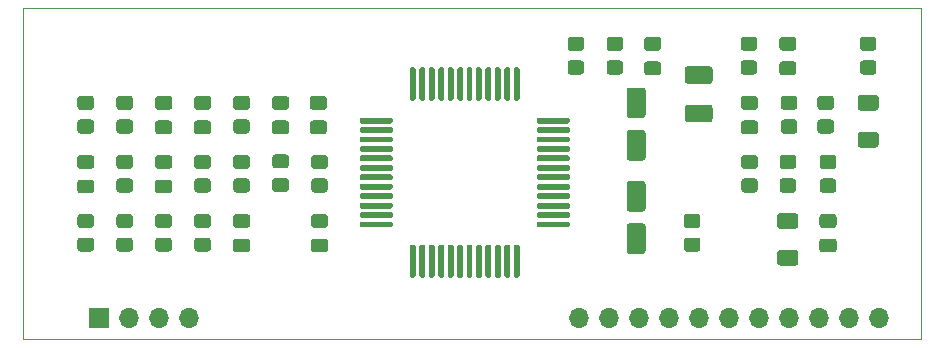
<source format=gbr>
%TF.GenerationSoftware,KiCad,Pcbnew,5.1.7-a382d34a8~87~ubuntu18.04.1*%
%TF.CreationDate,2020-10-31T20:21:00-04:00*%
%TF.ProjectId,DolbyS_NR_HIC,446f6c62-7953-45f4-9e52-5f4849432e6b,rev?*%
%TF.SameCoordinates,PXc65d400PY5d75c80*%
%TF.FileFunction,Soldermask,Top*%
%TF.FilePolarity,Negative*%
%FSLAX46Y46*%
G04 Gerber Fmt 4.6, Leading zero omitted, Abs format (unit mm)*
G04 Created by KiCad (PCBNEW 5.1.7-a382d34a8~87~ubuntu18.04.1) date 2020-10-31 20:21:00*
%MOMM*%
%LPD*%
G01*
G04 APERTURE LIST*
%TA.AperFunction,Profile*%
%ADD10C,0.100000*%
%TD*%
%ADD11R,1.700000X1.700000*%
%ADD12O,1.700000X1.700000*%
G04 APERTURE END LIST*
D10*
X-76000000Y-27000000D02*
X-76000000Y1000000D01*
X0Y-27000000D02*
X-76000000Y-27000000D01*
X0Y1000000D02*
X0Y-27000000D01*
X-76000000Y1000000D02*
X0Y1000000D01*
D11*
%TO.C,J1*%
X-69570000Y-25190000D03*
D12*
X-67030000Y-25190000D03*
X-64490000Y-25190000D03*
X-61950000Y-25190000D03*
X-28930000Y-25190000D03*
X-26390000Y-25190000D03*
X-23850000Y-25190000D03*
X-21310000Y-25190000D03*
X-18770000Y-25190000D03*
X-16230000Y-25190000D03*
X-13690000Y-25190000D03*
X-11150000Y-25190000D03*
X-8610000Y-25190000D03*
X-6070000Y-25190000D03*
X-3530000Y-25190000D03*
%TD*%
%TO.C,U1*%
G36*
G01*
X-32500000Y-8625000D02*
X-32500000Y-8375000D01*
G75*
G02*
X-32375000Y-8250000I125000J0D01*
G01*
X-29825000Y-8250000D01*
G75*
G02*
X-29700000Y-8375000I0J-125000D01*
G01*
X-29700000Y-8625000D01*
G75*
G02*
X-29825000Y-8750000I-125000J0D01*
G01*
X-32375000Y-8750000D01*
G75*
G02*
X-32500000Y-8625000I0J125000D01*
G01*
G37*
G36*
G01*
X-32500000Y-9425000D02*
X-32500000Y-9175000D01*
G75*
G02*
X-32375000Y-9050000I125000J0D01*
G01*
X-29825000Y-9050000D01*
G75*
G02*
X-29700000Y-9175000I0J-125000D01*
G01*
X-29700000Y-9425000D01*
G75*
G02*
X-29825000Y-9550000I-125000J0D01*
G01*
X-32375000Y-9550000D01*
G75*
G02*
X-32500000Y-9425000I0J125000D01*
G01*
G37*
G36*
G01*
X-32500000Y-16625000D02*
X-32500000Y-16375000D01*
G75*
G02*
X-32375000Y-16250000I125000J0D01*
G01*
X-29825000Y-16250000D01*
G75*
G02*
X-29700000Y-16375000I0J-125000D01*
G01*
X-29700000Y-16625000D01*
G75*
G02*
X-29825000Y-16750000I-125000J0D01*
G01*
X-32375000Y-16750000D01*
G75*
G02*
X-32500000Y-16625000I0J125000D01*
G01*
G37*
G36*
G01*
X-32500000Y-15025000D02*
X-32500000Y-14775000D01*
G75*
G02*
X-32375000Y-14650000I125000J0D01*
G01*
X-29825000Y-14650000D01*
G75*
G02*
X-29700000Y-14775000I0J-125000D01*
G01*
X-29700000Y-15025000D01*
G75*
G02*
X-29825000Y-15150000I-125000J0D01*
G01*
X-32375000Y-15150000D01*
G75*
G02*
X-32500000Y-15025000I0J125000D01*
G01*
G37*
G36*
G01*
X-32500000Y-17425000D02*
X-32500000Y-17175000D01*
G75*
G02*
X-32375000Y-17050000I125000J0D01*
G01*
X-29825000Y-17050000D01*
G75*
G02*
X-29700000Y-17175000I0J-125000D01*
G01*
X-29700000Y-17425000D01*
G75*
G02*
X-29825000Y-17550000I-125000J0D01*
G01*
X-32375000Y-17550000D01*
G75*
G02*
X-32500000Y-17425000I0J125000D01*
G01*
G37*
G36*
G01*
X-32500000Y-11825000D02*
X-32500000Y-11575000D01*
G75*
G02*
X-32375000Y-11450000I125000J0D01*
G01*
X-29825000Y-11450000D01*
G75*
G02*
X-29700000Y-11575000I0J-125000D01*
G01*
X-29700000Y-11825000D01*
G75*
G02*
X-29825000Y-11950000I-125000J0D01*
G01*
X-32375000Y-11950000D01*
G75*
G02*
X-32500000Y-11825000I0J125000D01*
G01*
G37*
G36*
G01*
X-32500000Y-12625000D02*
X-32500000Y-12375000D01*
G75*
G02*
X-32375000Y-12250000I125000J0D01*
G01*
X-29825000Y-12250000D01*
G75*
G02*
X-29700000Y-12375000I0J-125000D01*
G01*
X-29700000Y-12625000D01*
G75*
G02*
X-29825000Y-12750000I-125000J0D01*
G01*
X-32375000Y-12750000D01*
G75*
G02*
X-32500000Y-12625000I0J125000D01*
G01*
G37*
G36*
G01*
X-32500000Y-14225000D02*
X-32500000Y-13975000D01*
G75*
G02*
X-32375000Y-13850000I125000J0D01*
G01*
X-29825000Y-13850000D01*
G75*
G02*
X-29700000Y-13975000I0J-125000D01*
G01*
X-29700000Y-14225000D01*
G75*
G02*
X-29825000Y-14350000I-125000J0D01*
G01*
X-32375000Y-14350000D01*
G75*
G02*
X-32500000Y-14225000I0J125000D01*
G01*
G37*
G36*
G01*
X-32500000Y-10225000D02*
X-32500000Y-9975000D01*
G75*
G02*
X-32375000Y-9850000I125000J0D01*
G01*
X-29825000Y-9850000D01*
G75*
G02*
X-29700000Y-9975000I0J-125000D01*
G01*
X-29700000Y-10225000D01*
G75*
G02*
X-29825000Y-10350000I-125000J0D01*
G01*
X-32375000Y-10350000D01*
G75*
G02*
X-32500000Y-10225000I0J125000D01*
G01*
G37*
G36*
G01*
X-32500000Y-15825000D02*
X-32500000Y-15575000D01*
G75*
G02*
X-32375000Y-15450000I125000J0D01*
G01*
X-29825000Y-15450000D01*
G75*
G02*
X-29700000Y-15575000I0J-125000D01*
G01*
X-29700000Y-15825000D01*
G75*
G02*
X-29825000Y-15950000I-125000J0D01*
G01*
X-32375000Y-15950000D01*
G75*
G02*
X-32500000Y-15825000I0J125000D01*
G01*
G37*
G36*
G01*
X-32500000Y-13425000D02*
X-32500000Y-13175000D01*
G75*
G02*
X-32375000Y-13050000I125000J0D01*
G01*
X-29825000Y-13050000D01*
G75*
G02*
X-29700000Y-13175000I0J-125000D01*
G01*
X-29700000Y-13425000D01*
G75*
G02*
X-29825000Y-13550000I-125000J0D01*
G01*
X-32375000Y-13550000D01*
G75*
G02*
X-32500000Y-13425000I0J125000D01*
G01*
G37*
G36*
G01*
X-32500000Y-11025000D02*
X-32500000Y-10775000D01*
G75*
G02*
X-32375000Y-10650000I125000J0D01*
G01*
X-29825000Y-10650000D01*
G75*
G02*
X-29700000Y-10775000I0J-125000D01*
G01*
X-29700000Y-11025000D01*
G75*
G02*
X-29825000Y-11150000I-125000J0D01*
G01*
X-32375000Y-11150000D01*
G75*
G02*
X-32500000Y-11025000I0J125000D01*
G01*
G37*
G36*
G01*
X-34325000Y-19000000D02*
X-34075000Y-19000000D01*
G75*
G02*
X-33950000Y-19125000I0J-125000D01*
G01*
X-33950000Y-21675000D01*
G75*
G02*
X-34075000Y-21800000I-125000J0D01*
G01*
X-34325000Y-21800000D01*
G75*
G02*
X-34450000Y-21675000I0J125000D01*
G01*
X-34450000Y-19125000D01*
G75*
G02*
X-34325000Y-19000000I125000J0D01*
G01*
G37*
G36*
G01*
X-35125000Y-19000000D02*
X-34875000Y-19000000D01*
G75*
G02*
X-34750000Y-19125000I0J-125000D01*
G01*
X-34750000Y-21675000D01*
G75*
G02*
X-34875000Y-21800000I-125000J0D01*
G01*
X-35125000Y-21800000D01*
G75*
G02*
X-35250000Y-21675000I0J125000D01*
G01*
X-35250000Y-19125000D01*
G75*
G02*
X-35125000Y-19000000I125000J0D01*
G01*
G37*
G36*
G01*
X-42325000Y-19000000D02*
X-42075000Y-19000000D01*
G75*
G02*
X-41950000Y-19125000I0J-125000D01*
G01*
X-41950000Y-21675000D01*
G75*
G02*
X-42075000Y-21800000I-125000J0D01*
G01*
X-42325000Y-21800000D01*
G75*
G02*
X-42450000Y-21675000I0J125000D01*
G01*
X-42450000Y-19125000D01*
G75*
G02*
X-42325000Y-19000000I125000J0D01*
G01*
G37*
G36*
G01*
X-40725000Y-19000000D02*
X-40475000Y-19000000D01*
G75*
G02*
X-40350000Y-19125000I0J-125000D01*
G01*
X-40350000Y-21675000D01*
G75*
G02*
X-40475000Y-21800000I-125000J0D01*
G01*
X-40725000Y-21800000D01*
G75*
G02*
X-40850000Y-21675000I0J125000D01*
G01*
X-40850000Y-19125000D01*
G75*
G02*
X-40725000Y-19000000I125000J0D01*
G01*
G37*
G36*
G01*
X-43125000Y-19000000D02*
X-42875000Y-19000000D01*
G75*
G02*
X-42750000Y-19125000I0J-125000D01*
G01*
X-42750000Y-21675000D01*
G75*
G02*
X-42875000Y-21800000I-125000J0D01*
G01*
X-43125000Y-21800000D01*
G75*
G02*
X-43250000Y-21675000I0J125000D01*
G01*
X-43250000Y-19125000D01*
G75*
G02*
X-43125000Y-19000000I125000J0D01*
G01*
G37*
G36*
G01*
X-37525000Y-19000000D02*
X-37275000Y-19000000D01*
G75*
G02*
X-37150000Y-19125000I0J-125000D01*
G01*
X-37150000Y-21675000D01*
G75*
G02*
X-37275000Y-21800000I-125000J0D01*
G01*
X-37525000Y-21800000D01*
G75*
G02*
X-37650000Y-21675000I0J125000D01*
G01*
X-37650000Y-19125000D01*
G75*
G02*
X-37525000Y-19000000I125000J0D01*
G01*
G37*
G36*
G01*
X-38325000Y-19000000D02*
X-38075000Y-19000000D01*
G75*
G02*
X-37950000Y-19125000I0J-125000D01*
G01*
X-37950000Y-21675000D01*
G75*
G02*
X-38075000Y-21800000I-125000J0D01*
G01*
X-38325000Y-21800000D01*
G75*
G02*
X-38450000Y-21675000I0J125000D01*
G01*
X-38450000Y-19125000D01*
G75*
G02*
X-38325000Y-19000000I125000J0D01*
G01*
G37*
G36*
G01*
X-39925000Y-19000000D02*
X-39675000Y-19000000D01*
G75*
G02*
X-39550000Y-19125000I0J-125000D01*
G01*
X-39550000Y-21675000D01*
G75*
G02*
X-39675000Y-21800000I-125000J0D01*
G01*
X-39925000Y-21800000D01*
G75*
G02*
X-40050000Y-21675000I0J125000D01*
G01*
X-40050000Y-19125000D01*
G75*
G02*
X-39925000Y-19000000I125000J0D01*
G01*
G37*
G36*
G01*
X-35925000Y-19000000D02*
X-35675000Y-19000000D01*
G75*
G02*
X-35550000Y-19125000I0J-125000D01*
G01*
X-35550000Y-21675000D01*
G75*
G02*
X-35675000Y-21800000I-125000J0D01*
G01*
X-35925000Y-21800000D01*
G75*
G02*
X-36050000Y-21675000I0J125000D01*
G01*
X-36050000Y-19125000D01*
G75*
G02*
X-35925000Y-19000000I125000J0D01*
G01*
G37*
G36*
G01*
X-41525000Y-19000000D02*
X-41275000Y-19000000D01*
G75*
G02*
X-41150000Y-19125000I0J-125000D01*
G01*
X-41150000Y-21675000D01*
G75*
G02*
X-41275000Y-21800000I-125000J0D01*
G01*
X-41525000Y-21800000D01*
G75*
G02*
X-41650000Y-21675000I0J125000D01*
G01*
X-41650000Y-19125000D01*
G75*
G02*
X-41525000Y-19000000I125000J0D01*
G01*
G37*
G36*
G01*
X-39125000Y-19000000D02*
X-38875000Y-19000000D01*
G75*
G02*
X-38750000Y-19125000I0J-125000D01*
G01*
X-38750000Y-21675000D01*
G75*
G02*
X-38875000Y-21800000I-125000J0D01*
G01*
X-39125000Y-21800000D01*
G75*
G02*
X-39250000Y-21675000I0J125000D01*
G01*
X-39250000Y-19125000D01*
G75*
G02*
X-39125000Y-19000000I125000J0D01*
G01*
G37*
G36*
G01*
X-36725000Y-19000000D02*
X-36475000Y-19000000D01*
G75*
G02*
X-36350000Y-19125000I0J-125000D01*
G01*
X-36350000Y-21675000D01*
G75*
G02*
X-36475000Y-21800000I-125000J0D01*
G01*
X-36725000Y-21800000D01*
G75*
G02*
X-36850000Y-21675000I0J125000D01*
G01*
X-36850000Y-19125000D01*
G75*
G02*
X-36725000Y-19000000I125000J0D01*
G01*
G37*
G36*
G01*
X-47500000Y-8625000D02*
X-47500000Y-8375000D01*
G75*
G02*
X-47375000Y-8250000I125000J0D01*
G01*
X-44825000Y-8250000D01*
G75*
G02*
X-44700000Y-8375000I0J-125000D01*
G01*
X-44700000Y-8625000D01*
G75*
G02*
X-44825000Y-8750000I-125000J0D01*
G01*
X-47375000Y-8750000D01*
G75*
G02*
X-47500000Y-8625000I0J125000D01*
G01*
G37*
G36*
G01*
X-47500000Y-9425000D02*
X-47500000Y-9175000D01*
G75*
G02*
X-47375000Y-9050000I125000J0D01*
G01*
X-44825000Y-9050000D01*
G75*
G02*
X-44700000Y-9175000I0J-125000D01*
G01*
X-44700000Y-9425000D01*
G75*
G02*
X-44825000Y-9550000I-125000J0D01*
G01*
X-47375000Y-9550000D01*
G75*
G02*
X-47500000Y-9425000I0J125000D01*
G01*
G37*
G36*
G01*
X-47500000Y-16625000D02*
X-47500000Y-16375000D01*
G75*
G02*
X-47375000Y-16250000I125000J0D01*
G01*
X-44825000Y-16250000D01*
G75*
G02*
X-44700000Y-16375000I0J-125000D01*
G01*
X-44700000Y-16625000D01*
G75*
G02*
X-44825000Y-16750000I-125000J0D01*
G01*
X-47375000Y-16750000D01*
G75*
G02*
X-47500000Y-16625000I0J125000D01*
G01*
G37*
G36*
G01*
X-47500000Y-15025000D02*
X-47500000Y-14775000D01*
G75*
G02*
X-47375000Y-14650000I125000J0D01*
G01*
X-44825000Y-14650000D01*
G75*
G02*
X-44700000Y-14775000I0J-125000D01*
G01*
X-44700000Y-15025000D01*
G75*
G02*
X-44825000Y-15150000I-125000J0D01*
G01*
X-47375000Y-15150000D01*
G75*
G02*
X-47500000Y-15025000I0J125000D01*
G01*
G37*
G36*
G01*
X-47500000Y-17425000D02*
X-47500000Y-17175000D01*
G75*
G02*
X-47375000Y-17050000I125000J0D01*
G01*
X-44825000Y-17050000D01*
G75*
G02*
X-44700000Y-17175000I0J-125000D01*
G01*
X-44700000Y-17425000D01*
G75*
G02*
X-44825000Y-17550000I-125000J0D01*
G01*
X-47375000Y-17550000D01*
G75*
G02*
X-47500000Y-17425000I0J125000D01*
G01*
G37*
G36*
G01*
X-47500000Y-11825000D02*
X-47500000Y-11575000D01*
G75*
G02*
X-47375000Y-11450000I125000J0D01*
G01*
X-44825000Y-11450000D01*
G75*
G02*
X-44700000Y-11575000I0J-125000D01*
G01*
X-44700000Y-11825000D01*
G75*
G02*
X-44825000Y-11950000I-125000J0D01*
G01*
X-47375000Y-11950000D01*
G75*
G02*
X-47500000Y-11825000I0J125000D01*
G01*
G37*
G36*
G01*
X-47500000Y-12625000D02*
X-47500000Y-12375000D01*
G75*
G02*
X-47375000Y-12250000I125000J0D01*
G01*
X-44825000Y-12250000D01*
G75*
G02*
X-44700000Y-12375000I0J-125000D01*
G01*
X-44700000Y-12625000D01*
G75*
G02*
X-44825000Y-12750000I-125000J0D01*
G01*
X-47375000Y-12750000D01*
G75*
G02*
X-47500000Y-12625000I0J125000D01*
G01*
G37*
G36*
G01*
X-47500000Y-14225000D02*
X-47500000Y-13975000D01*
G75*
G02*
X-47375000Y-13850000I125000J0D01*
G01*
X-44825000Y-13850000D01*
G75*
G02*
X-44700000Y-13975000I0J-125000D01*
G01*
X-44700000Y-14225000D01*
G75*
G02*
X-44825000Y-14350000I-125000J0D01*
G01*
X-47375000Y-14350000D01*
G75*
G02*
X-47500000Y-14225000I0J125000D01*
G01*
G37*
G36*
G01*
X-47500000Y-10225000D02*
X-47500000Y-9975000D01*
G75*
G02*
X-47375000Y-9850000I125000J0D01*
G01*
X-44825000Y-9850000D01*
G75*
G02*
X-44700000Y-9975000I0J-125000D01*
G01*
X-44700000Y-10225000D01*
G75*
G02*
X-44825000Y-10350000I-125000J0D01*
G01*
X-47375000Y-10350000D01*
G75*
G02*
X-47500000Y-10225000I0J125000D01*
G01*
G37*
G36*
G01*
X-47500000Y-15825000D02*
X-47500000Y-15575000D01*
G75*
G02*
X-47375000Y-15450000I125000J0D01*
G01*
X-44825000Y-15450000D01*
G75*
G02*
X-44700000Y-15575000I0J-125000D01*
G01*
X-44700000Y-15825000D01*
G75*
G02*
X-44825000Y-15950000I-125000J0D01*
G01*
X-47375000Y-15950000D01*
G75*
G02*
X-47500000Y-15825000I0J125000D01*
G01*
G37*
G36*
G01*
X-47500000Y-13425000D02*
X-47500000Y-13175000D01*
G75*
G02*
X-47375000Y-13050000I125000J0D01*
G01*
X-44825000Y-13050000D01*
G75*
G02*
X-44700000Y-13175000I0J-125000D01*
G01*
X-44700000Y-13425000D01*
G75*
G02*
X-44825000Y-13550000I-125000J0D01*
G01*
X-47375000Y-13550000D01*
G75*
G02*
X-47500000Y-13425000I0J125000D01*
G01*
G37*
G36*
G01*
X-47500000Y-11025000D02*
X-47500000Y-10775000D01*
G75*
G02*
X-47375000Y-10650000I125000J0D01*
G01*
X-44825000Y-10650000D01*
G75*
G02*
X-44700000Y-10775000I0J-125000D01*
G01*
X-44700000Y-11025000D01*
G75*
G02*
X-44825000Y-11150000I-125000J0D01*
G01*
X-47375000Y-11150000D01*
G75*
G02*
X-47500000Y-11025000I0J125000D01*
G01*
G37*
G36*
G01*
X-43125000Y-4000000D02*
X-42875000Y-4000000D01*
G75*
G02*
X-42750000Y-4125000I0J-125000D01*
G01*
X-42750000Y-6675000D01*
G75*
G02*
X-42875000Y-6800000I-125000J0D01*
G01*
X-43125000Y-6800000D01*
G75*
G02*
X-43250000Y-6675000I0J125000D01*
G01*
X-43250000Y-4125000D01*
G75*
G02*
X-43125000Y-4000000I125000J0D01*
G01*
G37*
G36*
G01*
X-42325000Y-4000000D02*
X-42075000Y-4000000D01*
G75*
G02*
X-41950000Y-4125000I0J-125000D01*
G01*
X-41950000Y-6675000D01*
G75*
G02*
X-42075000Y-6800000I-125000J0D01*
G01*
X-42325000Y-6800000D01*
G75*
G02*
X-42450000Y-6675000I0J125000D01*
G01*
X-42450000Y-4125000D01*
G75*
G02*
X-42325000Y-4000000I125000J0D01*
G01*
G37*
G36*
G01*
X-41525000Y-4000000D02*
X-41275000Y-4000000D01*
G75*
G02*
X-41150000Y-4125000I0J-125000D01*
G01*
X-41150000Y-6675000D01*
G75*
G02*
X-41275000Y-6800000I-125000J0D01*
G01*
X-41525000Y-6800000D01*
G75*
G02*
X-41650000Y-6675000I0J125000D01*
G01*
X-41650000Y-4125000D01*
G75*
G02*
X-41525000Y-4000000I125000J0D01*
G01*
G37*
G36*
G01*
X-40725000Y-4000000D02*
X-40475000Y-4000000D01*
G75*
G02*
X-40350000Y-4125000I0J-125000D01*
G01*
X-40350000Y-6675000D01*
G75*
G02*
X-40475000Y-6800000I-125000J0D01*
G01*
X-40725000Y-6800000D01*
G75*
G02*
X-40850000Y-6675000I0J125000D01*
G01*
X-40850000Y-4125000D01*
G75*
G02*
X-40725000Y-4000000I125000J0D01*
G01*
G37*
G36*
G01*
X-39925000Y-4000000D02*
X-39675000Y-4000000D01*
G75*
G02*
X-39550000Y-4125000I0J-125000D01*
G01*
X-39550000Y-6675000D01*
G75*
G02*
X-39675000Y-6800000I-125000J0D01*
G01*
X-39925000Y-6800000D01*
G75*
G02*
X-40050000Y-6675000I0J125000D01*
G01*
X-40050000Y-4125000D01*
G75*
G02*
X-39925000Y-4000000I125000J0D01*
G01*
G37*
G36*
G01*
X-39125000Y-4000000D02*
X-38875000Y-4000000D01*
G75*
G02*
X-38750000Y-4125000I0J-125000D01*
G01*
X-38750000Y-6675000D01*
G75*
G02*
X-38875000Y-6800000I-125000J0D01*
G01*
X-39125000Y-6800000D01*
G75*
G02*
X-39250000Y-6675000I0J125000D01*
G01*
X-39250000Y-4125000D01*
G75*
G02*
X-39125000Y-4000000I125000J0D01*
G01*
G37*
G36*
G01*
X-38325000Y-4000000D02*
X-38075000Y-4000000D01*
G75*
G02*
X-37950000Y-4125000I0J-125000D01*
G01*
X-37950000Y-6675000D01*
G75*
G02*
X-38075000Y-6800000I-125000J0D01*
G01*
X-38325000Y-6800000D01*
G75*
G02*
X-38450000Y-6675000I0J125000D01*
G01*
X-38450000Y-4125000D01*
G75*
G02*
X-38325000Y-4000000I125000J0D01*
G01*
G37*
G36*
G01*
X-37525000Y-4000000D02*
X-37275000Y-4000000D01*
G75*
G02*
X-37150000Y-4125000I0J-125000D01*
G01*
X-37150000Y-6675000D01*
G75*
G02*
X-37275000Y-6800000I-125000J0D01*
G01*
X-37525000Y-6800000D01*
G75*
G02*
X-37650000Y-6675000I0J125000D01*
G01*
X-37650000Y-4125000D01*
G75*
G02*
X-37525000Y-4000000I125000J0D01*
G01*
G37*
G36*
G01*
X-36725000Y-4000000D02*
X-36475000Y-4000000D01*
G75*
G02*
X-36350000Y-4125000I0J-125000D01*
G01*
X-36350000Y-6675000D01*
G75*
G02*
X-36475000Y-6800000I-125000J0D01*
G01*
X-36725000Y-6800000D01*
G75*
G02*
X-36850000Y-6675000I0J125000D01*
G01*
X-36850000Y-4125000D01*
G75*
G02*
X-36725000Y-4000000I125000J0D01*
G01*
G37*
G36*
G01*
X-35925000Y-4000000D02*
X-35675000Y-4000000D01*
G75*
G02*
X-35550000Y-4125000I0J-125000D01*
G01*
X-35550000Y-6675000D01*
G75*
G02*
X-35675000Y-6800000I-125000J0D01*
G01*
X-35925000Y-6800000D01*
G75*
G02*
X-36050000Y-6675000I0J125000D01*
G01*
X-36050000Y-4125000D01*
G75*
G02*
X-35925000Y-4000000I125000J0D01*
G01*
G37*
G36*
G01*
X-35125000Y-4000000D02*
X-34875000Y-4000000D01*
G75*
G02*
X-34750000Y-4125000I0J-125000D01*
G01*
X-34750000Y-6675000D01*
G75*
G02*
X-34875000Y-6800000I-125000J0D01*
G01*
X-35125000Y-6800000D01*
G75*
G02*
X-35250000Y-6675000I0J125000D01*
G01*
X-35250000Y-4125000D01*
G75*
G02*
X-35125000Y-4000000I125000J0D01*
G01*
G37*
G36*
G01*
X-34325000Y-4000000D02*
X-34075000Y-4000000D01*
G75*
G02*
X-33950000Y-4125000I0J-125000D01*
G01*
X-33950000Y-6675000D01*
G75*
G02*
X-34075000Y-6800000I-125000J0D01*
G01*
X-34325000Y-6800000D01*
G75*
G02*
X-34450000Y-6675000I0J125000D01*
G01*
X-34450000Y-4125000D01*
G75*
G02*
X-34325000Y-4000000I125000J0D01*
G01*
G37*
%TD*%
%TO.C,R50*%
G36*
G01*
X-51350001Y-13400000D02*
X-50449999Y-13400000D01*
G75*
G02*
X-50200000Y-13649999I0J-249999D01*
G01*
X-50200000Y-14350001D01*
G75*
G02*
X-50449999Y-14600000I-249999J0D01*
G01*
X-51350001Y-14600000D01*
G75*
G02*
X-51600000Y-14350001I0J249999D01*
G01*
X-51600000Y-13649999D01*
G75*
G02*
X-51350001Y-13400000I249999J0D01*
G01*
G37*
G36*
G01*
X-51350001Y-11400000D02*
X-50449999Y-11400000D01*
G75*
G02*
X-50200000Y-11649999I0J-249999D01*
G01*
X-50200000Y-12350001D01*
G75*
G02*
X-50449999Y-12600000I-249999J0D01*
G01*
X-51350001Y-12600000D01*
G75*
G02*
X-51600000Y-12350001I0J249999D01*
G01*
X-51600000Y-11649999D01*
G75*
G02*
X-51350001Y-11400000I249999J0D01*
G01*
G37*
%TD*%
%TO.C,R43*%
G36*
G01*
X-53749999Y-12550000D02*
X-54650001Y-12550000D01*
G75*
G02*
X-54900000Y-12300001I0J249999D01*
G01*
X-54900000Y-11599999D01*
G75*
G02*
X-54650001Y-11350000I249999J0D01*
G01*
X-53749999Y-11350000D01*
G75*
G02*
X-53500000Y-11599999I0J-249999D01*
G01*
X-53500000Y-12300001D01*
G75*
G02*
X-53749999Y-12550000I-249999J0D01*
G01*
G37*
G36*
G01*
X-53749999Y-14550000D02*
X-54650001Y-14550000D01*
G75*
G02*
X-54900000Y-14300001I0J249999D01*
G01*
X-54900000Y-13599999D01*
G75*
G02*
X-54650001Y-13350000I249999J0D01*
G01*
X-53749999Y-13350000D01*
G75*
G02*
X-53500000Y-13599999I0J-249999D01*
G01*
X-53500000Y-14300001D01*
G75*
G02*
X-53749999Y-14550000I-249999J0D01*
G01*
G37*
%TD*%
%TO.C,R41*%
G36*
G01*
X-57049999Y-7600000D02*
X-57950001Y-7600000D01*
G75*
G02*
X-58200000Y-7350001I0J249999D01*
G01*
X-58200000Y-6649999D01*
G75*
G02*
X-57950001Y-6400000I249999J0D01*
G01*
X-57049999Y-6400000D01*
G75*
G02*
X-56800000Y-6649999I0J-249999D01*
G01*
X-56800000Y-7350001D01*
G75*
G02*
X-57049999Y-7600000I-249999J0D01*
G01*
G37*
G36*
G01*
X-57049999Y-9600000D02*
X-57950001Y-9600000D01*
G75*
G02*
X-58200000Y-9350001I0J249999D01*
G01*
X-58200000Y-8649999D01*
G75*
G02*
X-57950001Y-8400000I249999J0D01*
G01*
X-57049999Y-8400000D01*
G75*
G02*
X-56800000Y-8649999I0J-249999D01*
G01*
X-56800000Y-9350001D01*
G75*
G02*
X-57049999Y-9600000I-249999J0D01*
G01*
G37*
%TD*%
%TO.C,R37*%
G36*
G01*
X-57049999Y-12600000D02*
X-57950001Y-12600000D01*
G75*
G02*
X-58200000Y-12350001I0J249999D01*
G01*
X-58200000Y-11649999D01*
G75*
G02*
X-57950001Y-11400000I249999J0D01*
G01*
X-57049999Y-11400000D01*
G75*
G02*
X-56800000Y-11649999I0J-249999D01*
G01*
X-56800000Y-12350001D01*
G75*
G02*
X-57049999Y-12600000I-249999J0D01*
G01*
G37*
G36*
G01*
X-57049999Y-14600000D02*
X-57950001Y-14600000D01*
G75*
G02*
X-58200000Y-14350001I0J249999D01*
G01*
X-58200000Y-13649999D01*
G75*
G02*
X-57950001Y-13400000I249999J0D01*
G01*
X-57049999Y-13400000D01*
G75*
G02*
X-56800000Y-13649999I0J-249999D01*
G01*
X-56800000Y-14350001D01*
G75*
G02*
X-57049999Y-14600000I-249999J0D01*
G01*
G37*
%TD*%
%TO.C,R36*%
G36*
G01*
X-29650001Y-3400000D02*
X-28749999Y-3400000D01*
G75*
G02*
X-28500000Y-3649999I0J-249999D01*
G01*
X-28500000Y-4350001D01*
G75*
G02*
X-28749999Y-4600000I-249999J0D01*
G01*
X-29650001Y-4600000D01*
G75*
G02*
X-29900000Y-4350001I0J249999D01*
G01*
X-29900000Y-3649999D01*
G75*
G02*
X-29650001Y-3400000I249999J0D01*
G01*
G37*
G36*
G01*
X-29650001Y-1400000D02*
X-28749999Y-1400000D01*
G75*
G02*
X-28500000Y-1649999I0J-249999D01*
G01*
X-28500000Y-2350001D01*
G75*
G02*
X-28749999Y-2600000I-249999J0D01*
G01*
X-29650001Y-2600000D01*
G75*
G02*
X-29900000Y-2350001I0J249999D01*
G01*
X-29900000Y-1649999D01*
G75*
G02*
X-29650001Y-1400000I249999J0D01*
G01*
G37*
%TD*%
%TO.C,R35*%
G36*
G01*
X-61250001Y-18400000D02*
X-60349999Y-18400000D01*
G75*
G02*
X-60100000Y-18649999I0J-249999D01*
G01*
X-60100000Y-19350001D01*
G75*
G02*
X-60349999Y-19600000I-249999J0D01*
G01*
X-61250001Y-19600000D01*
G75*
G02*
X-61500000Y-19350001I0J249999D01*
G01*
X-61500000Y-18649999D01*
G75*
G02*
X-61250001Y-18400000I249999J0D01*
G01*
G37*
G36*
G01*
X-61250001Y-16400000D02*
X-60349999Y-16400000D01*
G75*
G02*
X-60100000Y-16649999I0J-249999D01*
G01*
X-60100000Y-17350001D01*
G75*
G02*
X-60349999Y-17600000I-249999J0D01*
G01*
X-61250001Y-17600000D01*
G75*
G02*
X-61500000Y-17350001I0J249999D01*
G01*
X-61500000Y-16649999D01*
G75*
G02*
X-61250001Y-16400000I249999J0D01*
G01*
G37*
%TD*%
%TO.C,R34*%
G36*
G01*
X-60349999Y-12600000D02*
X-61250001Y-12600000D01*
G75*
G02*
X-61500000Y-12350001I0J249999D01*
G01*
X-61500000Y-11649999D01*
G75*
G02*
X-61250001Y-11400000I249999J0D01*
G01*
X-60349999Y-11400000D01*
G75*
G02*
X-60100000Y-11649999I0J-249999D01*
G01*
X-60100000Y-12350001D01*
G75*
G02*
X-60349999Y-12600000I-249999J0D01*
G01*
G37*
G36*
G01*
X-60349999Y-14600000D02*
X-61250001Y-14600000D01*
G75*
G02*
X-61500000Y-14350001I0J249999D01*
G01*
X-61500000Y-13649999D01*
G75*
G02*
X-61250001Y-13400000I249999J0D01*
G01*
X-60349999Y-13400000D01*
G75*
G02*
X-60100000Y-13649999I0J-249999D01*
G01*
X-60100000Y-14350001D01*
G75*
G02*
X-60349999Y-14600000I-249999J0D01*
G01*
G37*
%TD*%
%TO.C,R31*%
G36*
G01*
X-63649999Y-17600000D02*
X-64550001Y-17600000D01*
G75*
G02*
X-64800000Y-17350001I0J249999D01*
G01*
X-64800000Y-16649999D01*
G75*
G02*
X-64550001Y-16400000I249999J0D01*
G01*
X-63649999Y-16400000D01*
G75*
G02*
X-63400000Y-16649999I0J-249999D01*
G01*
X-63400000Y-17350001D01*
G75*
G02*
X-63649999Y-17600000I-249999J0D01*
G01*
G37*
G36*
G01*
X-63649999Y-19600000D02*
X-64550001Y-19600000D01*
G75*
G02*
X-64800000Y-19350001I0J249999D01*
G01*
X-64800000Y-18649999D01*
G75*
G02*
X-64550001Y-18400000I249999J0D01*
G01*
X-63649999Y-18400000D01*
G75*
G02*
X-63400000Y-18649999I0J-249999D01*
G01*
X-63400000Y-19350001D01*
G75*
G02*
X-63649999Y-19600000I-249999J0D01*
G01*
G37*
%TD*%
%TO.C,R30*%
G36*
G01*
X-66949999Y-12600000D02*
X-67850001Y-12600000D01*
G75*
G02*
X-68100000Y-12350001I0J249999D01*
G01*
X-68100000Y-11649999D01*
G75*
G02*
X-67850001Y-11400000I249999J0D01*
G01*
X-66949999Y-11400000D01*
G75*
G02*
X-66700000Y-11649999I0J-249999D01*
G01*
X-66700000Y-12350001D01*
G75*
G02*
X-66949999Y-12600000I-249999J0D01*
G01*
G37*
G36*
G01*
X-66949999Y-14600000D02*
X-67850001Y-14600000D01*
G75*
G02*
X-68100000Y-14350001I0J249999D01*
G01*
X-68100000Y-13649999D01*
G75*
G02*
X-67850001Y-13400000I249999J0D01*
G01*
X-66949999Y-13400000D01*
G75*
G02*
X-66700000Y-13649999I0J-249999D01*
G01*
X-66700000Y-14350001D01*
G75*
G02*
X-66949999Y-14600000I-249999J0D01*
G01*
G37*
%TD*%
%TO.C,R27*%
G36*
G01*
X-67850001Y-8400000D02*
X-66949999Y-8400000D01*
G75*
G02*
X-66700000Y-8649999I0J-249999D01*
G01*
X-66700000Y-9350001D01*
G75*
G02*
X-66949999Y-9600000I-249999J0D01*
G01*
X-67850001Y-9600000D01*
G75*
G02*
X-68100000Y-9350001I0J249999D01*
G01*
X-68100000Y-8649999D01*
G75*
G02*
X-67850001Y-8400000I249999J0D01*
G01*
G37*
G36*
G01*
X-67850001Y-6400000D02*
X-66949999Y-6400000D01*
G75*
G02*
X-66700000Y-6649999I0J-249999D01*
G01*
X-66700000Y-7350001D01*
G75*
G02*
X-66949999Y-7600000I-249999J0D01*
G01*
X-67850001Y-7600000D01*
G75*
G02*
X-68100000Y-7350001I0J249999D01*
G01*
X-68100000Y-6649999D01*
G75*
G02*
X-67850001Y-6400000I249999J0D01*
G01*
G37*
%TD*%
%TO.C,R25*%
G36*
G01*
X-15000001Y-3400000D02*
X-14099999Y-3400000D01*
G75*
G02*
X-13850000Y-3649999I0J-249999D01*
G01*
X-13850000Y-4350001D01*
G75*
G02*
X-14099999Y-4600000I-249999J0D01*
G01*
X-15000001Y-4600000D01*
G75*
G02*
X-15250000Y-4350001I0J249999D01*
G01*
X-15250000Y-3649999D01*
G75*
G02*
X-15000001Y-3400000I249999J0D01*
G01*
G37*
G36*
G01*
X-15000001Y-1400000D02*
X-14099999Y-1400000D01*
G75*
G02*
X-13850000Y-1649999I0J-249999D01*
G01*
X-13850000Y-2350001D01*
G75*
G02*
X-14099999Y-2600000I-249999J0D01*
G01*
X-15000001Y-2600000D01*
G75*
G02*
X-15250000Y-2350001I0J249999D01*
G01*
X-15250000Y-1649999D01*
G75*
G02*
X-15000001Y-1400000I249999J0D01*
G01*
G37*
%TD*%
%TO.C,R23*%
G36*
G01*
X-66949999Y-17600000D02*
X-67850001Y-17600000D01*
G75*
G02*
X-68100000Y-17350001I0J249999D01*
G01*
X-68100000Y-16649999D01*
G75*
G02*
X-67850001Y-16400000I249999J0D01*
G01*
X-66949999Y-16400000D01*
G75*
G02*
X-66700000Y-16649999I0J-249999D01*
G01*
X-66700000Y-17350001D01*
G75*
G02*
X-66949999Y-17600000I-249999J0D01*
G01*
G37*
G36*
G01*
X-66949999Y-19600000D02*
X-67850001Y-19600000D01*
G75*
G02*
X-68100000Y-19350001I0J249999D01*
G01*
X-68100000Y-18649999D01*
G75*
G02*
X-67850001Y-18400000I249999J0D01*
G01*
X-66949999Y-18400000D01*
G75*
G02*
X-66700000Y-18649999I0J-249999D01*
G01*
X-66700000Y-19350001D01*
G75*
G02*
X-66949999Y-19600000I-249999J0D01*
G01*
G37*
%TD*%
%TO.C,R22*%
G36*
G01*
X-71150001Y-18400000D02*
X-70249999Y-18400000D01*
G75*
G02*
X-70000000Y-18649999I0J-249999D01*
G01*
X-70000000Y-19350001D01*
G75*
G02*
X-70249999Y-19600000I-249999J0D01*
G01*
X-71150001Y-19600000D01*
G75*
G02*
X-71400000Y-19350001I0J249999D01*
G01*
X-71400000Y-18649999D01*
G75*
G02*
X-71150001Y-18400000I249999J0D01*
G01*
G37*
G36*
G01*
X-71150001Y-16400000D02*
X-70249999Y-16400000D01*
G75*
G02*
X-70000000Y-16649999I0J-249999D01*
G01*
X-70000000Y-17350001D01*
G75*
G02*
X-70249999Y-17600000I-249999J0D01*
G01*
X-71150001Y-17600000D01*
G75*
G02*
X-71400000Y-17350001I0J249999D01*
G01*
X-71400000Y-16649999D01*
G75*
G02*
X-71150001Y-16400000I249999J0D01*
G01*
G37*
%TD*%
%TO.C,R21*%
G36*
G01*
X-70249999Y-7600000D02*
X-71150001Y-7600000D01*
G75*
G02*
X-71400000Y-7350001I0J249999D01*
G01*
X-71400000Y-6649999D01*
G75*
G02*
X-71150001Y-6400000I249999J0D01*
G01*
X-70249999Y-6400000D01*
G75*
G02*
X-70000000Y-6649999I0J-249999D01*
G01*
X-70000000Y-7350001D01*
G75*
G02*
X-70249999Y-7600000I-249999J0D01*
G01*
G37*
G36*
G01*
X-70249999Y-9600000D02*
X-71150001Y-9600000D01*
G75*
G02*
X-71400000Y-9350001I0J249999D01*
G01*
X-71400000Y-8649999D01*
G75*
G02*
X-71150001Y-8400000I249999J0D01*
G01*
X-70249999Y-8400000D01*
G75*
G02*
X-70000000Y-8649999I0J-249999D01*
G01*
X-70000000Y-9350001D01*
G75*
G02*
X-70249999Y-9600000I-249999J0D01*
G01*
G37*
%TD*%
%TO.C,R18*%
G36*
G01*
X-25449999Y-2600000D02*
X-26350001Y-2600000D01*
G75*
G02*
X-26600000Y-2350001I0J249999D01*
G01*
X-26600000Y-1649999D01*
G75*
G02*
X-26350001Y-1400000I249999J0D01*
G01*
X-25449999Y-1400000D01*
G75*
G02*
X-25200000Y-1649999I0J-249999D01*
G01*
X-25200000Y-2350001D01*
G75*
G02*
X-25449999Y-2600000I-249999J0D01*
G01*
G37*
G36*
G01*
X-25449999Y-4600000D02*
X-26350001Y-4600000D01*
G75*
G02*
X-26600000Y-4350001I0J249999D01*
G01*
X-26600000Y-3649999D01*
G75*
G02*
X-26350001Y-3400000I249999J0D01*
G01*
X-25449999Y-3400000D01*
G75*
G02*
X-25200000Y-3649999I0J-249999D01*
G01*
X-25200000Y-4350001D01*
G75*
G02*
X-25449999Y-4600000I-249999J0D01*
G01*
G37*
%TD*%
%TO.C,R17*%
G36*
G01*
X-14950001Y-13400000D02*
X-14049999Y-13400000D01*
G75*
G02*
X-13800000Y-13649999I0J-249999D01*
G01*
X-13800000Y-14350001D01*
G75*
G02*
X-14049999Y-14600000I-249999J0D01*
G01*
X-14950001Y-14600000D01*
G75*
G02*
X-15200000Y-14350001I0J249999D01*
G01*
X-15200000Y-13649999D01*
G75*
G02*
X-14950001Y-13400000I249999J0D01*
G01*
G37*
G36*
G01*
X-14950001Y-11400000D02*
X-14049999Y-11400000D01*
G75*
G02*
X-13800000Y-11649999I0J-249999D01*
G01*
X-13800000Y-12350001D01*
G75*
G02*
X-14049999Y-12600000I-249999J0D01*
G01*
X-14950001Y-12600000D01*
G75*
G02*
X-15200000Y-12350001I0J249999D01*
G01*
X-15200000Y-11649999D01*
G75*
G02*
X-14950001Y-11400000I249999J0D01*
G01*
G37*
%TD*%
%TO.C,R13*%
G36*
G01*
X-10799999Y-12600000D02*
X-11700001Y-12600000D01*
G75*
G02*
X-11950000Y-12350001I0J249999D01*
G01*
X-11950000Y-11649999D01*
G75*
G02*
X-11700001Y-11400000I249999J0D01*
G01*
X-10799999Y-11400000D01*
G75*
G02*
X-10550000Y-11649999I0J-249999D01*
G01*
X-10550000Y-12350001D01*
G75*
G02*
X-10799999Y-12600000I-249999J0D01*
G01*
G37*
G36*
G01*
X-10799999Y-14600000D02*
X-11700001Y-14600000D01*
G75*
G02*
X-11950000Y-14350001I0J249999D01*
G01*
X-11950000Y-13649999D01*
G75*
G02*
X-11700001Y-13400000I249999J0D01*
G01*
X-10799999Y-13400000D01*
G75*
G02*
X-10550000Y-13649999I0J-249999D01*
G01*
X-10550000Y-14350001D01*
G75*
G02*
X-10799999Y-14600000I-249999J0D01*
G01*
G37*
%TD*%
%TO.C,R12*%
G36*
G01*
X-8300001Y-13400000D02*
X-7399999Y-13400000D01*
G75*
G02*
X-7150000Y-13649999I0J-249999D01*
G01*
X-7150000Y-14350001D01*
G75*
G02*
X-7399999Y-14600000I-249999J0D01*
G01*
X-8300001Y-14600000D01*
G75*
G02*
X-8550000Y-14350001I0J249999D01*
G01*
X-8550000Y-13649999D01*
G75*
G02*
X-8300001Y-13400000I249999J0D01*
G01*
G37*
G36*
G01*
X-8300001Y-11400000D02*
X-7399999Y-11400000D01*
G75*
G02*
X-7150000Y-11649999I0J-249999D01*
G01*
X-7150000Y-12350001D01*
G75*
G02*
X-7399999Y-12600000I-249999J0D01*
G01*
X-8300001Y-12600000D01*
G75*
G02*
X-8550000Y-12350001I0J249999D01*
G01*
X-8550000Y-11649999D01*
G75*
G02*
X-8300001Y-11400000I249999J0D01*
G01*
G37*
%TD*%
%TO.C,R11*%
G36*
G01*
X-19800001Y-18400000D02*
X-18899999Y-18400000D01*
G75*
G02*
X-18650000Y-18649999I0J-249999D01*
G01*
X-18650000Y-19350001D01*
G75*
G02*
X-18899999Y-19600000I-249999J0D01*
G01*
X-19800001Y-19600000D01*
G75*
G02*
X-20050000Y-19350001I0J249999D01*
G01*
X-20050000Y-18649999D01*
G75*
G02*
X-19800001Y-18400000I249999J0D01*
G01*
G37*
G36*
G01*
X-19800001Y-16400000D02*
X-18899999Y-16400000D01*
G75*
G02*
X-18650000Y-16649999I0J-249999D01*
G01*
X-18650000Y-17350001D01*
G75*
G02*
X-18899999Y-17600000I-249999J0D01*
G01*
X-19800001Y-17600000D01*
G75*
G02*
X-20050000Y-17350001I0J249999D01*
G01*
X-20050000Y-16649999D01*
G75*
G02*
X-19800001Y-16400000I249999J0D01*
G01*
G37*
%TD*%
%TO.C,R9*%
G36*
G01*
X-4900001Y-3400000D02*
X-3999999Y-3400000D01*
G75*
G02*
X-3750000Y-3649999I0J-249999D01*
G01*
X-3750000Y-4350001D01*
G75*
G02*
X-3999999Y-4600000I-249999J0D01*
G01*
X-4900001Y-4600000D01*
G75*
G02*
X-5150000Y-4350001I0J249999D01*
G01*
X-5150000Y-3649999D01*
G75*
G02*
X-4900001Y-3400000I249999J0D01*
G01*
G37*
G36*
G01*
X-4900001Y-1400000D02*
X-3999999Y-1400000D01*
G75*
G02*
X-3750000Y-1649999I0J-249999D01*
G01*
X-3750000Y-2350001D01*
G75*
G02*
X-3999999Y-2600000I-249999J0D01*
G01*
X-4900001Y-2600000D01*
G75*
G02*
X-5150000Y-2350001I0J249999D01*
G01*
X-5150000Y-1649999D01*
G75*
G02*
X-4900001Y-1400000I249999J0D01*
G01*
G37*
%TD*%
%TO.C,R7*%
G36*
G01*
X-10699999Y-7600000D02*
X-11600001Y-7600000D01*
G75*
G02*
X-11850000Y-7350001I0J249999D01*
G01*
X-11850000Y-6649999D01*
G75*
G02*
X-11600001Y-6400000I249999J0D01*
G01*
X-10699999Y-6400000D01*
G75*
G02*
X-10450000Y-6649999I0J-249999D01*
G01*
X-10450000Y-7350001D01*
G75*
G02*
X-10699999Y-7600000I-249999J0D01*
G01*
G37*
G36*
G01*
X-10699999Y-9600000D02*
X-11600001Y-9600000D01*
G75*
G02*
X-11850000Y-9350001I0J249999D01*
G01*
X-11850000Y-8649999D01*
G75*
G02*
X-11600001Y-8400000I249999J0D01*
G01*
X-10699999Y-8400000D01*
G75*
G02*
X-10450000Y-8649999I0J-249999D01*
G01*
X-10450000Y-9350001D01*
G75*
G02*
X-10699999Y-9600000I-249999J0D01*
G01*
G37*
%TD*%
%TO.C,R6*%
G36*
G01*
X-8500001Y-8400000D02*
X-7599999Y-8400000D01*
G75*
G02*
X-7350000Y-8649999I0J-249999D01*
G01*
X-7350000Y-9350001D01*
G75*
G02*
X-7599999Y-9600000I-249999J0D01*
G01*
X-8500001Y-9600000D01*
G75*
G02*
X-8750000Y-9350001I0J249999D01*
G01*
X-8750000Y-8649999D01*
G75*
G02*
X-8500001Y-8400000I249999J0D01*
G01*
G37*
G36*
G01*
X-8500001Y-6400000D02*
X-7599999Y-6400000D01*
G75*
G02*
X-7350000Y-6649999I0J-249999D01*
G01*
X-7350000Y-7350001D01*
G75*
G02*
X-7599999Y-7600000I-249999J0D01*
G01*
X-8500001Y-7600000D01*
G75*
G02*
X-8750000Y-7350001I0J249999D01*
G01*
X-8750000Y-6649999D01*
G75*
G02*
X-8500001Y-6400000I249999J0D01*
G01*
G37*
%TD*%
%TO.C,C40*%
G36*
G01*
X-50425000Y-17587500D02*
X-51375000Y-17587500D01*
G75*
G02*
X-51625000Y-17337500I0J250000D01*
G01*
X-51625000Y-16662500D01*
G75*
G02*
X-51375000Y-16412500I250000J0D01*
G01*
X-50425000Y-16412500D01*
G75*
G02*
X-50175000Y-16662500I0J-250000D01*
G01*
X-50175000Y-17337500D01*
G75*
G02*
X-50425000Y-17587500I-250000J0D01*
G01*
G37*
G36*
G01*
X-50425000Y-19662500D02*
X-51375000Y-19662500D01*
G75*
G02*
X-51625000Y-19412500I0J250000D01*
G01*
X-51625000Y-18737500D01*
G75*
G02*
X-51375000Y-18487500I250000J0D01*
G01*
X-50425000Y-18487500D01*
G75*
G02*
X-50175000Y-18737500I0J-250000D01*
G01*
X-50175000Y-19412500D01*
G75*
G02*
X-50425000Y-19662500I-250000J0D01*
G01*
G37*
%TD*%
%TO.C,C38*%
G36*
G01*
X-50525000Y-7587500D02*
X-51475000Y-7587500D01*
G75*
G02*
X-51725000Y-7337500I0J250000D01*
G01*
X-51725000Y-6662500D01*
G75*
G02*
X-51475000Y-6412500I250000J0D01*
G01*
X-50525000Y-6412500D01*
G75*
G02*
X-50275000Y-6662500I0J-250000D01*
G01*
X-50275000Y-7337500D01*
G75*
G02*
X-50525000Y-7587500I-250000J0D01*
G01*
G37*
G36*
G01*
X-50525000Y-9662500D02*
X-51475000Y-9662500D01*
G75*
G02*
X-51725000Y-9412500I0J250000D01*
G01*
X-51725000Y-8737500D01*
G75*
G02*
X-51475000Y-8487500I250000J0D01*
G01*
X-50525000Y-8487500D01*
G75*
G02*
X-50275000Y-8737500I0J-250000D01*
G01*
X-50275000Y-9412500D01*
G75*
G02*
X-50525000Y-9662500I-250000J0D01*
G01*
G37*
%TD*%
%TO.C,C34*%
G36*
G01*
X-53725000Y-7587500D02*
X-54675000Y-7587500D01*
G75*
G02*
X-54925000Y-7337500I0J250000D01*
G01*
X-54925000Y-6662500D01*
G75*
G02*
X-54675000Y-6412500I250000J0D01*
G01*
X-53725000Y-6412500D01*
G75*
G02*
X-53475000Y-6662500I0J-250000D01*
G01*
X-53475000Y-7337500D01*
G75*
G02*
X-53725000Y-7587500I-250000J0D01*
G01*
G37*
G36*
G01*
X-53725000Y-9662500D02*
X-54675000Y-9662500D01*
G75*
G02*
X-54925000Y-9412500I0J250000D01*
G01*
X-54925000Y-8737500D01*
G75*
G02*
X-54675000Y-8487500I250000J0D01*
G01*
X-53725000Y-8487500D01*
G75*
G02*
X-53475000Y-8737500I0J-250000D01*
G01*
X-53475000Y-9412500D01*
G75*
G02*
X-53725000Y-9662500I-250000J0D01*
G01*
G37*
%TD*%
%TO.C,C33*%
G36*
G01*
X-57975000Y-18487500D02*
X-57025000Y-18487500D01*
G75*
G02*
X-56775000Y-18737500I0J-250000D01*
G01*
X-56775000Y-19412500D01*
G75*
G02*
X-57025000Y-19662500I-250000J0D01*
G01*
X-57975000Y-19662500D01*
G75*
G02*
X-58225000Y-19412500I0J250000D01*
G01*
X-58225000Y-18737500D01*
G75*
G02*
X-57975000Y-18487500I250000J0D01*
G01*
G37*
G36*
G01*
X-57975000Y-16412500D02*
X-57025000Y-16412500D01*
G75*
G02*
X-56775000Y-16662500I0J-250000D01*
G01*
X-56775000Y-17337500D01*
G75*
G02*
X-57025000Y-17587500I-250000J0D01*
G01*
X-57975000Y-17587500D01*
G75*
G02*
X-58225000Y-17337500I0J250000D01*
G01*
X-58225000Y-16662500D01*
G75*
G02*
X-57975000Y-16412500I250000J0D01*
G01*
G37*
%TD*%
%TO.C,C30*%
G36*
G01*
X-64575000Y-13487500D02*
X-63625000Y-13487500D01*
G75*
G02*
X-63375000Y-13737500I0J-250000D01*
G01*
X-63375000Y-14412500D01*
G75*
G02*
X-63625000Y-14662500I-250000J0D01*
G01*
X-64575000Y-14662500D01*
G75*
G02*
X-64825000Y-14412500I0J250000D01*
G01*
X-64825000Y-13737500D01*
G75*
G02*
X-64575000Y-13487500I250000J0D01*
G01*
G37*
G36*
G01*
X-64575000Y-11412500D02*
X-63625000Y-11412500D01*
G75*
G02*
X-63375000Y-11662500I0J-250000D01*
G01*
X-63375000Y-12337500D01*
G75*
G02*
X-63625000Y-12587500I-250000J0D01*
G01*
X-64575000Y-12587500D01*
G75*
G02*
X-64825000Y-12337500I0J250000D01*
G01*
X-64825000Y-11662500D01*
G75*
G02*
X-64575000Y-11412500I250000J0D01*
G01*
G37*
%TD*%
%TO.C,C29*%
G36*
G01*
X-60325000Y-7587500D02*
X-61275000Y-7587500D01*
G75*
G02*
X-61525000Y-7337500I0J250000D01*
G01*
X-61525000Y-6662500D01*
G75*
G02*
X-61275000Y-6412500I250000J0D01*
G01*
X-60325000Y-6412500D01*
G75*
G02*
X-60075000Y-6662500I0J-250000D01*
G01*
X-60075000Y-7337500D01*
G75*
G02*
X-60325000Y-7587500I-250000J0D01*
G01*
G37*
G36*
G01*
X-60325000Y-9662500D02*
X-61275000Y-9662500D01*
G75*
G02*
X-61525000Y-9412500I0J250000D01*
G01*
X-61525000Y-8737500D01*
G75*
G02*
X-61275000Y-8487500I250000J0D01*
G01*
X-60325000Y-8487500D01*
G75*
G02*
X-60075000Y-8737500I0J-250000D01*
G01*
X-60075000Y-9412500D01*
G75*
G02*
X-60325000Y-9662500I-250000J0D01*
G01*
G37*
%TD*%
%TO.C,C26*%
G36*
G01*
X-19725000Y-7150000D02*
X-17875000Y-7150000D01*
G75*
G02*
X-17625000Y-7400000I0J-250000D01*
G01*
X-17625000Y-8400000D01*
G75*
G02*
X-17875000Y-8650000I-250000J0D01*
G01*
X-19725000Y-8650000D01*
G75*
G02*
X-19975000Y-8400000I0J250000D01*
G01*
X-19975000Y-7400000D01*
G75*
G02*
X-19725000Y-7150000I250000J0D01*
G01*
G37*
G36*
G01*
X-19725000Y-3900000D02*
X-17875000Y-3900000D01*
G75*
G02*
X-17625000Y-4150000I0J-250000D01*
G01*
X-17625000Y-5150000D01*
G75*
G02*
X-17875000Y-5400000I-250000J0D01*
G01*
X-19725000Y-5400000D01*
G75*
G02*
X-19975000Y-5150000I0J250000D01*
G01*
X-19975000Y-4150000D01*
G75*
G02*
X-19725000Y-3900000I250000J0D01*
G01*
G37*
%TD*%
%TO.C,C25*%
G36*
G01*
X-70225000Y-12587500D02*
X-71175000Y-12587500D01*
G75*
G02*
X-71425000Y-12337500I0J250000D01*
G01*
X-71425000Y-11662500D01*
G75*
G02*
X-71175000Y-11412500I250000J0D01*
G01*
X-70225000Y-11412500D01*
G75*
G02*
X-69975000Y-11662500I0J-250000D01*
G01*
X-69975000Y-12337500D01*
G75*
G02*
X-70225000Y-12587500I-250000J0D01*
G01*
G37*
G36*
G01*
X-70225000Y-14662500D02*
X-71175000Y-14662500D01*
G75*
G02*
X-71425000Y-14412500I0J250000D01*
G01*
X-71425000Y-13737500D01*
G75*
G02*
X-71175000Y-13487500I250000J0D01*
G01*
X-70225000Y-13487500D01*
G75*
G02*
X-69975000Y-13737500I0J-250000D01*
G01*
X-69975000Y-14412500D01*
G75*
G02*
X-70225000Y-14662500I-250000J0D01*
G01*
G37*
%TD*%
%TO.C,C22*%
G36*
G01*
X-63625000Y-7587500D02*
X-64575000Y-7587500D01*
G75*
G02*
X-64825000Y-7337500I0J250000D01*
G01*
X-64825000Y-6662500D01*
G75*
G02*
X-64575000Y-6412500I250000J0D01*
G01*
X-63625000Y-6412500D01*
G75*
G02*
X-63375000Y-6662500I0J-250000D01*
G01*
X-63375000Y-7337500D01*
G75*
G02*
X-63625000Y-7587500I-250000J0D01*
G01*
G37*
G36*
G01*
X-63625000Y-9662500D02*
X-64575000Y-9662500D01*
G75*
G02*
X-64825000Y-9412500I0J250000D01*
G01*
X-64825000Y-8737500D01*
G75*
G02*
X-64575000Y-8487500I250000J0D01*
G01*
X-63625000Y-8487500D01*
G75*
G02*
X-63375000Y-8737500I0J-250000D01*
G01*
X-63375000Y-9412500D01*
G75*
G02*
X-63625000Y-9662500I-250000J0D01*
G01*
G37*
%TD*%
%TO.C,C18*%
G36*
G01*
X-22225000Y-2587500D02*
X-23175000Y-2587500D01*
G75*
G02*
X-23425000Y-2337500I0J250000D01*
G01*
X-23425000Y-1662500D01*
G75*
G02*
X-23175000Y-1412500I250000J0D01*
G01*
X-22225000Y-1412500D01*
G75*
G02*
X-21975000Y-1662500I0J-250000D01*
G01*
X-21975000Y-2337500D01*
G75*
G02*
X-22225000Y-2587500I-250000J0D01*
G01*
G37*
G36*
G01*
X-22225000Y-4662500D02*
X-23175000Y-4662500D01*
G75*
G02*
X-23425000Y-4412500I0J250000D01*
G01*
X-23425000Y-3737500D01*
G75*
G02*
X-23175000Y-3487500I250000J0D01*
G01*
X-22225000Y-3487500D01*
G75*
G02*
X-21975000Y-3737500I0J-250000D01*
G01*
X-21975000Y-4412500D01*
G75*
G02*
X-22225000Y-4662500I-250000J0D01*
G01*
G37*
%TD*%
%TO.C,C16*%
G36*
G01*
X-24650000Y-9300000D02*
X-23550000Y-9300000D01*
G75*
G02*
X-23300000Y-9550000I0J-250000D01*
G01*
X-23300000Y-11650000D01*
G75*
G02*
X-23550000Y-11900000I-250000J0D01*
G01*
X-24650000Y-11900000D01*
G75*
G02*
X-24900000Y-11650000I0J250000D01*
G01*
X-24900000Y-9550000D01*
G75*
G02*
X-24650000Y-9300000I250000J0D01*
G01*
G37*
G36*
G01*
X-24650000Y-5700000D02*
X-23550000Y-5700000D01*
G75*
G02*
X-23300000Y-5950000I0J-250000D01*
G01*
X-23300000Y-8050000D01*
G75*
G02*
X-23550000Y-8300000I-250000J0D01*
G01*
X-24650000Y-8300000D01*
G75*
G02*
X-24900000Y-8050000I0J250000D01*
G01*
X-24900000Y-5950000D01*
G75*
G02*
X-24650000Y-5700000I250000J0D01*
G01*
G37*
%TD*%
%TO.C,C15*%
G36*
G01*
X-11900001Y-19462500D02*
X-10599999Y-19462500D01*
G75*
G02*
X-10350000Y-19712499I0J-249999D01*
G01*
X-10350000Y-20537501D01*
G75*
G02*
X-10599999Y-20787500I-249999J0D01*
G01*
X-11900001Y-20787500D01*
G75*
G02*
X-12150000Y-20537501I0J249999D01*
G01*
X-12150000Y-19712499D01*
G75*
G02*
X-11900001Y-19462500I249999J0D01*
G01*
G37*
G36*
G01*
X-11900001Y-16337500D02*
X-10599999Y-16337500D01*
G75*
G02*
X-10350000Y-16587499I0J-249999D01*
G01*
X-10350000Y-17412501D01*
G75*
G02*
X-10599999Y-17662500I-249999J0D01*
G01*
X-11900001Y-17662500D01*
G75*
G02*
X-12150000Y-17412501I0J249999D01*
G01*
X-12150000Y-16587499D01*
G75*
G02*
X-11900001Y-16337500I249999J0D01*
G01*
G37*
%TD*%
%TO.C,C14*%
G36*
G01*
X-8325000Y-18487500D02*
X-7375000Y-18487500D01*
G75*
G02*
X-7125000Y-18737500I0J-250000D01*
G01*
X-7125000Y-19412500D01*
G75*
G02*
X-7375000Y-19662500I-250000J0D01*
G01*
X-8325000Y-19662500D01*
G75*
G02*
X-8575000Y-19412500I0J250000D01*
G01*
X-8575000Y-18737500D01*
G75*
G02*
X-8325000Y-18487500I250000J0D01*
G01*
G37*
G36*
G01*
X-8325000Y-16412500D02*
X-7375000Y-16412500D01*
G75*
G02*
X-7125000Y-16662500I0J-250000D01*
G01*
X-7125000Y-17337500D01*
G75*
G02*
X-7375000Y-17587500I-250000J0D01*
G01*
X-8325000Y-17587500D01*
G75*
G02*
X-8575000Y-17337500I0J250000D01*
G01*
X-8575000Y-16662500D01*
G75*
G02*
X-8325000Y-16412500I250000J0D01*
G01*
G37*
%TD*%
%TO.C,C13*%
G36*
G01*
X-24650000Y-17200000D02*
X-23550000Y-17200000D01*
G75*
G02*
X-23300000Y-17450000I0J-250000D01*
G01*
X-23300000Y-19550000D01*
G75*
G02*
X-23550000Y-19800000I-250000J0D01*
G01*
X-24650000Y-19800000D01*
G75*
G02*
X-24900000Y-19550000I0J250000D01*
G01*
X-24900000Y-17450000D01*
G75*
G02*
X-24650000Y-17200000I250000J0D01*
G01*
G37*
G36*
G01*
X-24650000Y-13600000D02*
X-23550000Y-13600000D01*
G75*
G02*
X-23300000Y-13850000I0J-250000D01*
G01*
X-23300000Y-15950000D01*
G75*
G02*
X-23550000Y-16200000I-250000J0D01*
G01*
X-24650000Y-16200000D01*
G75*
G02*
X-24900000Y-15950000I0J250000D01*
G01*
X-24900000Y-13850000D01*
G75*
G02*
X-24650000Y-13600000I250000J0D01*
G01*
G37*
%TD*%
%TO.C,C10*%
G36*
G01*
X-14025000Y-7587500D02*
X-14975000Y-7587500D01*
G75*
G02*
X-15225000Y-7337500I0J250000D01*
G01*
X-15225000Y-6662500D01*
G75*
G02*
X-14975000Y-6412500I250000J0D01*
G01*
X-14025000Y-6412500D01*
G75*
G02*
X-13775000Y-6662500I0J-250000D01*
G01*
X-13775000Y-7337500D01*
G75*
G02*
X-14025000Y-7587500I-250000J0D01*
G01*
G37*
G36*
G01*
X-14025000Y-9662500D02*
X-14975000Y-9662500D01*
G75*
G02*
X-15225000Y-9412500I0J250000D01*
G01*
X-15225000Y-8737500D01*
G75*
G02*
X-14975000Y-8487500I250000J0D01*
G01*
X-14025000Y-8487500D01*
G75*
G02*
X-13775000Y-8737500I0J-250000D01*
G01*
X-13775000Y-9412500D01*
G75*
G02*
X-14025000Y-9662500I-250000J0D01*
G01*
G37*
%TD*%
%TO.C,C8*%
G36*
G01*
X-5100001Y-9462500D02*
X-3799999Y-9462500D01*
G75*
G02*
X-3550000Y-9712499I0J-249999D01*
G01*
X-3550000Y-10537501D01*
G75*
G02*
X-3799999Y-10787500I-249999J0D01*
G01*
X-5100001Y-10787500D01*
G75*
G02*
X-5350000Y-10537501I0J249999D01*
G01*
X-5350000Y-9712499D01*
G75*
G02*
X-5100001Y-9462500I249999J0D01*
G01*
G37*
G36*
G01*
X-5100001Y-6337500D02*
X-3799999Y-6337500D01*
G75*
G02*
X-3550000Y-6587499I0J-249999D01*
G01*
X-3550000Y-7412501D01*
G75*
G02*
X-3799999Y-7662500I-249999J0D01*
G01*
X-5100001Y-7662500D01*
G75*
G02*
X-5350000Y-7412501I0J249999D01*
G01*
X-5350000Y-6587499D01*
G75*
G02*
X-5100001Y-6337500I249999J0D01*
G01*
G37*
%TD*%
%TO.C,C6*%
G36*
G01*
X-11725000Y-3487500D02*
X-10775000Y-3487500D01*
G75*
G02*
X-10525000Y-3737500I0J-250000D01*
G01*
X-10525000Y-4412500D01*
G75*
G02*
X-10775000Y-4662500I-250000J0D01*
G01*
X-11725000Y-4662500D01*
G75*
G02*
X-11975000Y-4412500I0J250000D01*
G01*
X-11975000Y-3737500D01*
G75*
G02*
X-11725000Y-3487500I250000J0D01*
G01*
G37*
G36*
G01*
X-11725000Y-1412500D02*
X-10775000Y-1412500D01*
G75*
G02*
X-10525000Y-1662500I0J-250000D01*
G01*
X-10525000Y-2337500D01*
G75*
G02*
X-10775000Y-2587500I-250000J0D01*
G01*
X-11725000Y-2587500D01*
G75*
G02*
X-11975000Y-2337500I0J250000D01*
G01*
X-11975000Y-1662500D01*
G75*
G02*
X-11725000Y-1412500I250000J0D01*
G01*
G37*
%TD*%
M02*

</source>
